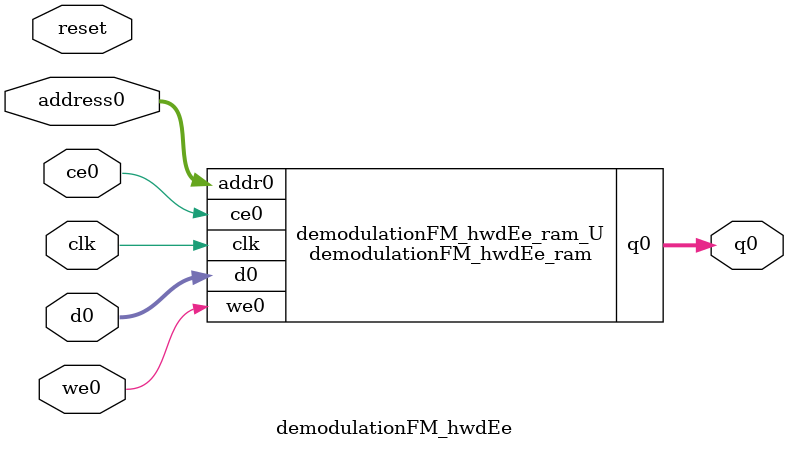
<source format=v>
`timescale 1 ns / 1 ps
module demodulationFM_hwdEe_ram (addr0, ce0, d0, we0, q0,  clk);

parameter DWIDTH = 18;
parameter AWIDTH = 5;
parameter MEM_SIZE = 31;

input[AWIDTH-1:0] addr0;
input ce0;
input[DWIDTH-1:0] d0;
input we0;
output reg[DWIDTH-1:0] q0;
input clk;

(* ram_style = "distributed" *)reg [DWIDTH-1:0] ram[0:MEM_SIZE-1];




always @(posedge clk)  
begin 
    if (ce0) begin
        if (we0) 
            ram[addr0] <= d0; 
        q0 <= ram[addr0];
    end
end


endmodule

`timescale 1 ns / 1 ps
module demodulationFM_hwdEe(
    reset,
    clk,
    address0,
    ce0,
    we0,
    d0,
    q0);

parameter DataWidth = 32'd18;
parameter AddressRange = 32'd31;
parameter AddressWidth = 32'd5;
input reset;
input clk;
input[AddressWidth - 1:0] address0;
input ce0;
input we0;
input[DataWidth - 1:0] d0;
output[DataWidth - 1:0] q0;



demodulationFM_hwdEe_ram demodulationFM_hwdEe_ram_U(
    .clk( clk ),
    .addr0( address0 ),
    .ce0( ce0 ),
    .we0( we0 ),
    .d0( d0 ),
    .q0( q0 ));

endmodule


</source>
